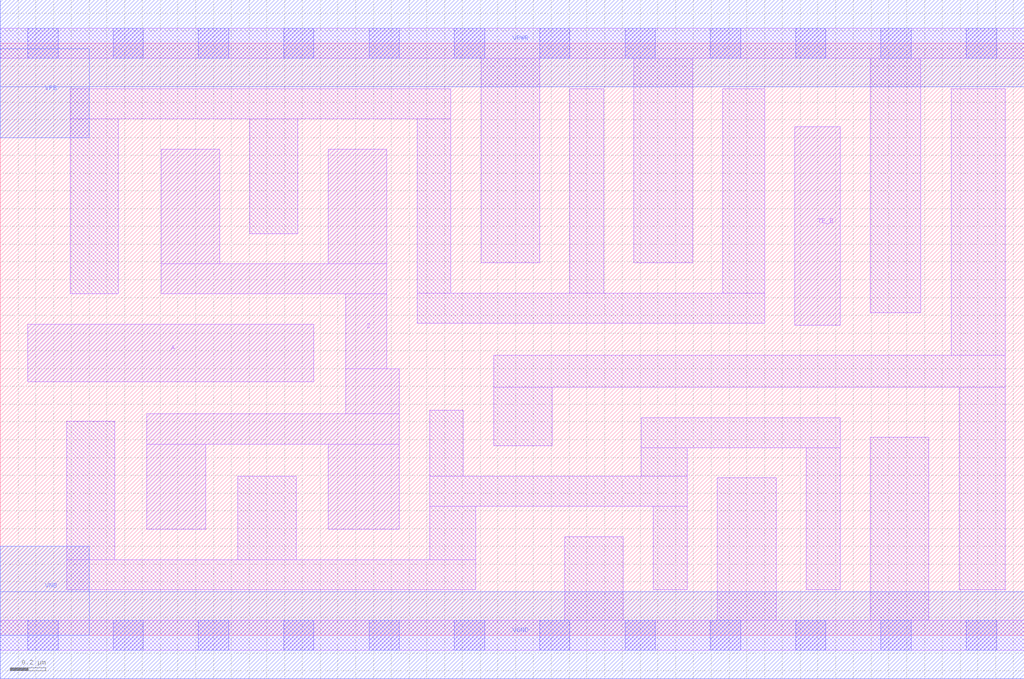
<source format=lef>
# Copyright 2020 The SkyWater PDK Authors
#
# Licensed under the Apache License, Version 2.0 (the "License");
# you may not use this file except in compliance with the License.
# You may obtain a copy of the License at
#
#     https://www.apache.org/licenses/LICENSE-2.0
#
# Unless required by applicable law or agreed to in writing, software
# distributed under the License is distributed on an "AS IS" BASIS,
# WITHOUT WARRANTIES OR CONDITIONS OF ANY KIND, either express or implied.
# See the License for the specific language governing permissions and
# limitations under the License.
#
# SPDX-License-Identifier: Apache-2.0

VERSION 5.5 ;
NAMESCASESENSITIVE ON ;
BUSBITCHARS "[]" ;
DIVIDERCHAR "/" ;
MACRO sky130_fd_sc_lp__einvn_4
  CLASS CORE ;
  SOURCE USER ;
  ORIGIN  0.000000  0.000000 ;
  SIZE  5.760000 BY  3.330000 ;
  SYMMETRY X Y R90 ;
  SITE unit ;
  PIN A
    ANTENNAGATEAREA  1.260000 ;
    DIRECTION INPUT ;
    USE SIGNAL ;
    PORT
      LAYER li1 ;
        RECT 0.155000 1.425000 1.765000 1.750000 ;
    END
  END A
  PIN TE_B
    ANTENNAGATEAREA  1.071000 ;
    DIRECTION INPUT ;
    USE SIGNAL ;
    PORT
      LAYER li1 ;
        RECT 4.470000 1.745000 4.725000 2.860000 ;
    END
  END TE_B
  PIN Z
    ANTENNADIFFAREA  1.512000 ;
    DIRECTION OUTPUT ;
    USE SIGNAL ;
    PORT
      LAYER li1 ;
        RECT 0.825000 0.595000 1.155000 1.075000 ;
        RECT 0.825000 1.075000 2.245000 1.245000 ;
        RECT 0.905000 1.920000 2.175000 2.090000 ;
        RECT 0.905000 2.090000 1.235000 2.735000 ;
        RECT 1.845000 0.595000 2.245000 1.075000 ;
        RECT 1.845000 2.090000 2.175000 2.735000 ;
        RECT 1.945000 1.245000 2.245000 1.500000 ;
        RECT 1.945000 1.500000 2.175000 1.920000 ;
    END
  END Z
  PIN VGND
    DIRECTION INOUT ;
    USE GROUND ;
    PORT
      LAYER met1 ;
        RECT 0.000000 -0.245000 5.760000 0.245000 ;
    END
  END VGND
  PIN VNB
    DIRECTION INOUT ;
    USE GROUND ;
    PORT
      LAYER met1 ;
        RECT 0.000000 0.000000 0.500000 0.500000 ;
    END
  END VNB
  PIN VPB
    DIRECTION INOUT ;
    USE POWER ;
    PORT
      LAYER met1 ;
        RECT 0.000000 2.800000 0.500000 3.300000 ;
    END
  END VPB
  PIN VPWR
    DIRECTION INOUT ;
    USE POWER ;
    PORT
      LAYER met1 ;
        RECT 0.000000 3.085000 5.760000 3.575000 ;
    END
  END VPWR
  OBS
    LAYER li1 ;
      RECT 0.000000 -0.085000 5.760000 0.085000 ;
      RECT 0.000000  3.245000 5.760000 3.415000 ;
      RECT 0.375000  0.255000 2.675000 0.425000 ;
      RECT 0.375000  0.425000 0.645000 1.205000 ;
      RECT 0.395000  1.920000 0.665000 2.905000 ;
      RECT 0.395000  2.905000 2.535000 3.075000 ;
      RECT 1.335000  0.425000 1.665000 0.895000 ;
      RECT 1.405000  2.260000 1.675000 2.905000 ;
      RECT 2.345000  1.755000 4.300000 1.925000 ;
      RECT 2.345000  1.925000 2.535000 2.905000 ;
      RECT 2.415000  0.425000 2.675000 0.725000 ;
      RECT 2.415000  0.725000 3.865000 0.895000 ;
      RECT 2.415000  0.895000 2.605000 1.265000 ;
      RECT 2.705000  2.095000 3.035000 3.245000 ;
      RECT 2.775000  1.065000 3.105000 1.395000 ;
      RECT 2.775000  1.395000 5.655000 1.575000 ;
      RECT 3.175000  0.085000 3.505000 0.555000 ;
      RECT 3.205000  1.925000 3.395000 3.075000 ;
      RECT 3.565000  2.095000 3.895000 3.245000 ;
      RECT 3.605000  0.895000 3.865000 1.055000 ;
      RECT 3.605000  1.055000 4.725000 1.225000 ;
      RECT 3.675000  0.255000 3.865000 0.725000 ;
      RECT 4.035000  0.085000 4.365000 0.885000 ;
      RECT 4.065000  1.925000 4.300000 3.075000 ;
      RECT 4.535000  0.255000 4.725000 1.055000 ;
      RECT 4.895000  0.085000 5.225000 1.115000 ;
      RECT 4.895000  1.815000 5.180000 3.245000 ;
      RECT 5.350000  1.575000 5.655000 3.075000 ;
      RECT 5.395000  0.255000 5.655000 1.395000 ;
    LAYER mcon ;
      RECT 0.155000 -0.085000 0.325000 0.085000 ;
      RECT 0.155000  3.245000 0.325000 3.415000 ;
      RECT 0.635000 -0.085000 0.805000 0.085000 ;
      RECT 0.635000  3.245000 0.805000 3.415000 ;
      RECT 1.115000 -0.085000 1.285000 0.085000 ;
      RECT 1.115000  3.245000 1.285000 3.415000 ;
      RECT 1.595000 -0.085000 1.765000 0.085000 ;
      RECT 1.595000  3.245000 1.765000 3.415000 ;
      RECT 2.075000 -0.085000 2.245000 0.085000 ;
      RECT 2.075000  3.245000 2.245000 3.415000 ;
      RECT 2.555000 -0.085000 2.725000 0.085000 ;
      RECT 2.555000  3.245000 2.725000 3.415000 ;
      RECT 3.035000 -0.085000 3.205000 0.085000 ;
      RECT 3.035000  3.245000 3.205000 3.415000 ;
      RECT 3.515000 -0.085000 3.685000 0.085000 ;
      RECT 3.515000  3.245000 3.685000 3.415000 ;
      RECT 3.995000 -0.085000 4.165000 0.085000 ;
      RECT 3.995000  3.245000 4.165000 3.415000 ;
      RECT 4.475000 -0.085000 4.645000 0.085000 ;
      RECT 4.475000  3.245000 4.645000 3.415000 ;
      RECT 4.955000 -0.085000 5.125000 0.085000 ;
      RECT 4.955000  3.245000 5.125000 3.415000 ;
      RECT 5.435000 -0.085000 5.605000 0.085000 ;
      RECT 5.435000  3.245000 5.605000 3.415000 ;
  END
END sky130_fd_sc_lp__einvn_4
END LIBRARY

</source>
